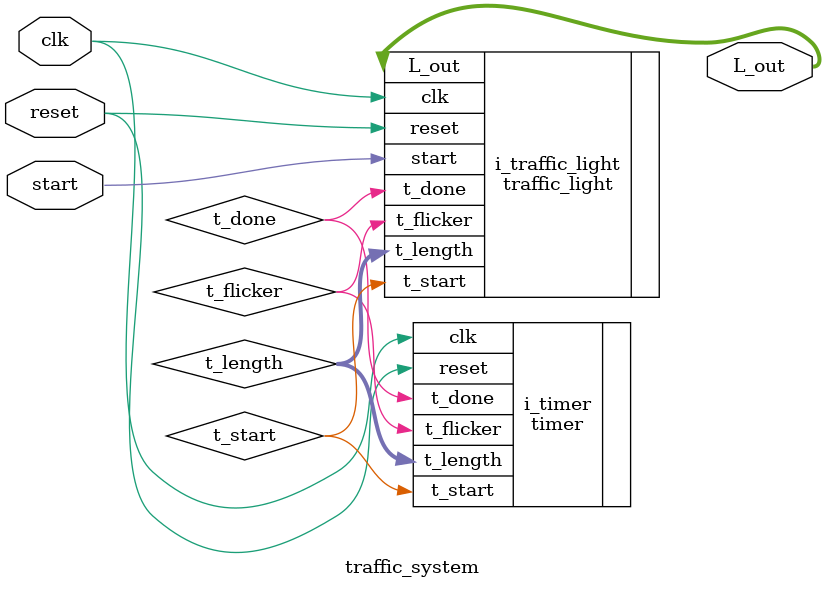
<source format=sv>
module traffic_system(
    input logic clk,
    input logic reset,
    input logic start,
    output logic [1:0] L_out
);

// Enter X and Y here
	localparam X = 7;
	localparam Y = 3;

// Put your code here
// ------------------

    // Outputs of timer module
    logic t_flicker;
    logic t_done;
    
    // Outputs of traffic_light module
    logic t_start;
    logic[4:0] t_length;

    traffic_light #( 
            .RED_DURATION(5'd20 + X),
            .YELLOW_DURATION(5'd3),
            .GREEN_DURATION(5'd20 + Y)
        ) i_traffic_light (
        .clk(clk),
        .reset(reset),
        .start(start),
        .t_flicker(t_flicker),
        .t_done(t_done),

        .t_start(t_start),
        .t_length(t_length),
        .L_out(L_out)
    );

    timer i_timer (
        .clk(clk),
        .reset(reset),
        .t_start(t_start),
        .t_length(t_length),

        .t_flicker(t_flicker),
        .t_done(t_done)
    );


// end of your code
endmodule

</source>
